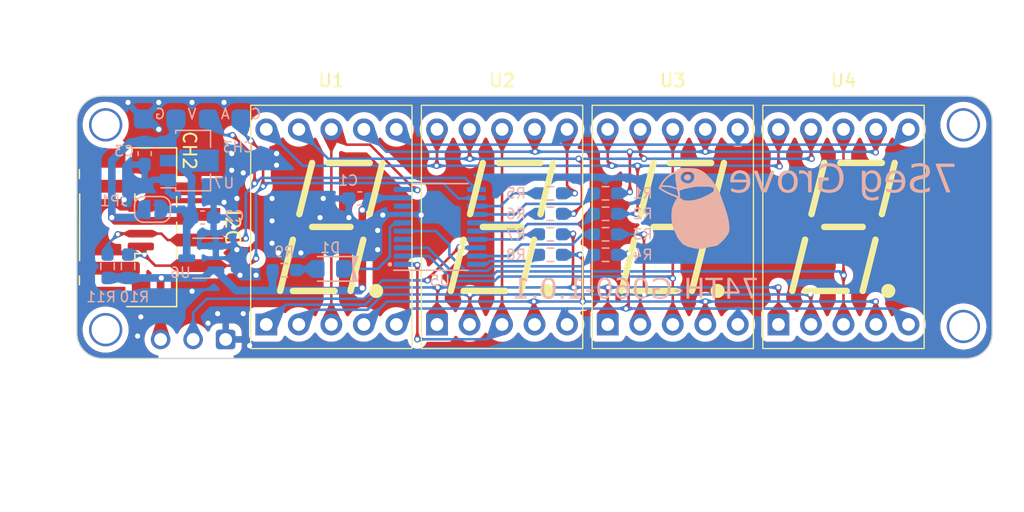
<source format=kicad_pcb>
(kicad_pcb (version 20240108) (generator "pcbnew") (generator_version "8.0")
  (title_block (title "7Seg-Grove") (rev "1.0.1"))
  (layers (0 "F.Cu" signal) (31 "B.Cu" signal) (34 "B.Paste" user) (35 "F.Paste" user) (36 "B.SilkS" user "B.Silkscreen") (37 "F.SilkS" user "F.Silkscreen") (38 "B.Mask" user) (39 "F.Mask" user) (44 "Edge.Cuts" user))
  (net 0 "")
  (net 1 "+3V3")
  (net 2 "GND")
  (net 3 "VBUS")
  (net 4 "Net-(JP1-B)")
  (net 5 "/SDA")
  (net 6 "/SCL")
  (net 7 "/SWDIO")
  (net 8 "/SA")
  (net 9 "Net-(U5-PC4{slash}ADC2)")
  (net 10 "/SB")
  (net 11 "/SC")
  (net 12 "/SD")
  (net 13 "/SG")
  (net 14 "Net-(U5-PC6{slash}SPI_MOSI)")
  (net 15 "/SF")
  (net 16 "Net-(U5-PD2{slash}ADC3)")
  (net 17 "Net-(U5-PA1{slash}ADC1{slash}OSC_IN)")
  (net 18 "/SE")
  (net 19 "/SEL4")
  (net 20 "/SEL3")
  (net 21 "Net-(U5-PC3)")
  (net 22 "/SEL2")
  (net 23 "Net-(U5-PC5{slash}SPI_SCK)")
  (net 24 "/SEL1")
  (net 25 "/SDP")
  (net 26 "Net-(U5-PC7{slash}SPI_MISO)")
  (net 27 "Net-(U5-PD3{slash}UART_CTS{slash}ADC4)")
  (net 30 "Net-(D1-A)")
  (net 31 "Net-(D1-K)")
  (footprint "74th:Display7Seg_OSL10561-LW" (layer "F.Cu") (at 69.215 47.725)
    (property "Reference" "U2")
    (property "Value" "OSL10561-LW")
  )
  (footprint "74th:Hole_M2_2.2-TH" (layer "F.Cu") (at 38.25 55.75)
    (property "Reference" "M2" (hide yes))
    (property "Value" "Hole_M2_2.2-TH" (hide yes))
  )
  (footprint "74th:Hole_M2_2.2-TH" (layer "F.Cu") (at 38.25 39.75)
    (property "Reference" "M1" (hide yes))
    (property "Value" "Hole_M2_2.2-TH" (hide yes))
  )
  (footprint "74th:PinOut_Pin_3_3GND" (layer "F.Cu") (at 42.545 56.515)
    (property "Reference" "CH1" (hide yes))
    (property "Value" "SWD" (hide yes))
  )
  (footprint "74th:Display7Seg_OSL10561-LW" (layer "F.Cu") (at 82.55 47.725)
    (property "Reference" "U3")
    (property "Value" "OSL10561-LW")
  )
  (footprint "74th:Hole_M2_2.2-TH" (layer "F.Cu") (at 105.25 39.75)
    (property "Reference" "M3" (hide yes))
    (property "Value" "Hole_M2_2.2-TH" (hide yes))
  )
  (footprint "74th:Hole_M2_2.2-TH" (layer "F.Cu") (at 105.25 55.5)
    (property "Reference" "M4" (hide yes))
    (property "Value" "Hole_M2_2.2-TH" (hide yes))
  )
  (footprint "74th:Display7Seg_OSL10561-LW" (layer "F.Cu") (at 95.885 47.725)
    (property "Reference" "U4")
    (property "Value" "OSL10561-LW")
  )
  (footprint "74th:Connector_Grove_or_Qwiic" (layer "F.Cu") (at 45.5 47.75 -90)
    (property "Reference" "CH2")
    (property "Value" "I2C")
  )
  (footprint "74th:Display7Seg_OSL10561-LW" (layer "F.Cu") (at 55.88 47.725)
    (property "Reference" "U1")
    (property "Value" "OSL10561-LW")
  )
  (footprint "74th:Register_0603_1608" (layer "B.Cu") (at 38.4 50.8 -90)
    (property "Reference" "R11")
    (property "Value" "1k" (hide yes))
  )
  (footprint "74th:Register_0603_1608" (layer "B.Cu") (at 40.005 50.8 -90)
    (property "Reference" "R10")
    (property "Value" "1k" (hide yes))
  )
  (footprint "74th:Register_0603_1608" (layer "B.Cu") (at 77.3 45.1)
    (property "Reference" "R1")
    (property "Value" "100" (hide yes))
  )
  (footprint "74th:Capacitor_0603_1608" (layer "B.Cu") (at 41.3 41.9 -90)
    (property "Reference" "C3")
    (property "Value" "10u" (hide yes))
  )
  (footprint "74th:Logo_74th_7.5mm" (layer "B.Cu") (at 84.4 46.6 180)
    (property "Reference" "MISC-ICON" (hide yes))
    (property "Value" "LOGO" (hide yes))
  )
  (footprint "74th:Capacitor_0603_1608" (layer "B.Cu") (at 45.72 46.99)
    (property "Reference" "C2")
    (property "Value" "10u" (hide yes))
  )
  (footprint "74th:Package_TSSOP-20_4.4x6.5mm_P0.65mm" (layer "B.Cu") (at 64.355 47.725)
    (property "Reference" "U5")
    (property "Value" "CH32V003F4P6")
  )
  (footprint "74th:SolderJumper-2" (layer "B.Cu") (at 41.91 46.355)
    (property "Reference" "JP1")
    (property "Value" "INPUT 3V3")
  )
  (footprint "74th:Register_0603_1608" (layer "B.Cu") (at 73 45.1)
    (property "Reference" "R5")
    (property "Value" "100" (hide yes))
  )
  (footprint "74th:Pad_4" (layer "B.Cu") (at 48.82 39.3 180)
    (property "Reference" "CH3")
    (property "Value" "I2C" (hide yes))
  )
  (footprint "74th:Register_0603_1608" (layer "B.Cu") (at 73 46.7 180)
    (property "Reference" "R6")
    (property "Value" "100" (hide yes))
  )
  (footprint "74th:Package_SOT-89-3" (layer "B.Cu") (at 45.085 42.545)
    (property "Reference" "U7")
    (property "Value" "AMS1117")
  )
  (footprint "74th:Capacitor_0603_1608" (layer "B.Cu") (at 58.2 45.5 180)
    (property "Reference" "C1")
    (property "Value" "100n" (hide yes))
  )
  (footprint "74th:Register_0603_1608" (layer "B.Cu") (at 73 49.9 180)
    (property "Reference" "R8")
    (property "Value" "100" (hide yes))
  )
  (footprint "74th:Register_0603_1608" (layer "B.Cu") (at 52.2 51.1 180)
    (property "Reference" "R9")
    (property "Value" "10k" (hide yes))
  )
  (footprint "74th:Register_0603_1608" (layer "B.Cu") (at 73 48.3 180)
    (property "Reference" "R7")
    (property "Value" "100" (hide yes))
  )
  (footprint "74th:Register_0603_1608" (layer "B.Cu") (at 77.3 46.7 180)
    (property "Reference" "R2")
    (property "Value" "100" (hide yes))
  )
  (footprint "74th:Register_0603_1608" (layer "B.Cu") (at 77.3 48.3)
    (property "Reference" "R3")
    (property "Value" "100" (hide yes))
  )
  (footprint "74th:Register_0603_1608" (layer "B.Cu") (at 77.3 49.9)
    (property "Reference" "R4")
    (property "Value" "100" (hide yes))
  )
  (footprint "74th:LED_0805_2012" (layer "B.Cu") (at 55.8 51 180)
    (property "Reference" "D1")
    (property "Value" "LED" (hide yes))
  )
  (footprint "74th:Package_SOT-23" (layer "B.Cu") (at 45.72 50.165 180)
    (property "Reference" "U6")
    (property "Value" "CH213K")
  )
  (gr_arc (start 107.5 56) (mid 106.914214 57.414214) (end 105.5 58) (stroke (width 0.1)) (layer "Edge.Cuts"))
  (gr_line (start 38 58) (end 105.5 58) (stroke (width 0.1)) (layer "Edge.Cuts"))
  (gr_line (start 36 39.5) (end 36 56) (stroke (width 0.1)) (layer "Edge.Cuts"))
  (gr_arc (start 36 39.5) (mid 36.585786 38.085786) (end 38 37.5) (stroke (width 0.1)) (layer "Edge.Cuts"))
  (gr_line (start 38 37.5) (end 105.5 37.5) (stroke (width 0.1)) (layer "Edge.Cuts"))
  (gr_line (start 107.5 39.5) (end 107.5 56) (stroke (width 0.1)) (layer "Edge.Cuts"))
  (gr_arc (start 38 58) (mid 36.585786 57.414214) (end 36 56) (stroke (width 0.1)) (layer "Edge.Cuts"))
  (gr_arc (start 105.5 37.5) (mid 106.914214 38.085786) (end 107.5 39.5) (stroke (width 0.1)) (layer "Edge.Cuts"))
  (gr_text "7Seg Grove" (at 104.8 45.4 0) (layer "B.SilkS") (effects (font (size 2.2 2.2) (thickness 0.12)) (justify left bottom mirror)))
  (gr_text "A" (at 47.6 38.9 0) (layer "B.SilkS") (effects (font (size 0.8 0.8) (thickness 0.12)) (justify mirror)))
  (gr_text "C" (at 50 38.9 0) (layer "B.SilkS") (effects (font (size 0.8 0.8) (thickness 0.12)) (justify mirror)))
  (gr_text "G" (at 42.5 38.9 0) (layer "B.SilkS") (effects (font (size 0.8 0.8) (thickness 0.12)) (justify mirror)))
  (gr_text "74TH-G060-${REVISION}" (at 89.3 53.6 0) (layer "B.SilkS") (effects (font (size 1.6 1.6) (thickness 0.12)) (justify left bottom mirror)))
  (gr_text "V" (at 45 38.9 0) (layer "B.SilkS") (effects (font (size 0.8 0.8) (thickness 0.12)) (justify mirror)))
  (segment (start 42.545 56.515) (end 42.545 51.7675) (width 0.6) (layer "F.Cu") (net 1))
  (segment (start 58.3 52.5) (end 58.3 46.4) (width 0.6) (layer "F.Cu") (net 1))
  (segment (start 42.545 51.7675) (end 42.6 51.7125) (width 0.6) (layer "F.Cu") (net 1))
  (via (at 58.3 46.4) (size 0.6) (drill 0.4) (layers "F.Cu" "B.Cu") (net 1))
  (via (at 42.6 51.7125) (size 0.6) (drill 0.4) (layers "F.Cu" "B.Cu") (net 1))
  (via (at 58.3 52.5) (size 0.6) (drill 0.4) (layers "F.Cu" "B.Cu") (net 1))
  (segment (start 58.1 52.7) (end 51.2 52.7) (width 0.6) (layer "B.Cu") (net 1))
  (segment (start 51.2875 51.1) (end 51.2875 52.6125) (width 0.6) (layer "B.Cu") (net 1))
  (segment (start 58.3 52.5) (end 58.1 52.7) (width 0.6) (layer "B.Cu") (net 1))
  (segment (start 58.9625 45.7375) (end 58.9625 45.5) (width 0.6) (layer "B.Cu") (net 1))
  (segment (start 40.005 51.7125) (end 38.4 51.7125) (width 0.6) (layer "B.Cu") (net 1))
  (segment (start 51.2 52.7) (end 48.4425 52.7) (width 0.6) (layer "B.Cu") (net 1))
  (segment (start 58.3 46.4) (end 58.9625 45.7375) (width 0.6) (layer "B.Cu") (net 1))
  (segment (start 45.9175 51.7125) (end 42.6 51.7125) (width 0.6) (layer "B.Cu") (net 1))
  (segment (start 48.4425 52.7) (end 46.8575 51.115) (width 0.6) (layer "B.Cu") (net 1))
  (segment (start 46.515 51.115) (end 45.9175 51.7125) (width 0.6) (layer "B.Cu") (net 1))
  (segment (start 46.8575 51.115) (end 46.515 51.115) (width 0.6) (layer "B.Cu") (net 1))
  (segment (start 61.4925 45.45) (end 59.0125 45.45) (width 0.4) (layer "B.Cu") (net 1))
  (segment (start 42.6 51.7125) (end 40.005 51.7125) (width 0.6) (layer "B.Cu") (net 1))
  (segment (start 51.2875 52.6125) (end 51.2 52.7) (width 0.6) (layer "B.Cu") (net 1))
  (segment (start 59.0125 45.45) (end 58.9625 45.5) (width 0.4) (layer "B.Cu") (net 1))
  (segment (start 39.7 45.6) (end 40.35 45.6) (width 0.6) (layer "F.Cu") (net 2))
  (segment (start 47.5 45.8) (end 46.55 45.8) (width 0.4) (layer "F.Cu") (net 2))
  (segment (start 41 46.25) (end 41.5 46.25) (width 0.6) (layer "F.Cu") (net 2))
  (segment (start 40.35 45.6) (end 41 46.25) (width 0.6) (layer "F.Cu") (net 2))
  (segment (start 41.575 45.675) (end 42.425 45.675) (width 0.6) (layer "F.Cu") (net 2))
  (segment (start 46.55 45.8) (end 46.425 45.675) (width 0.4) (layer "F.Cu") (net 2))
  (segment (start 41 46.25) (end 41.575 45.675) (width 0.6) (layer "F.Cu") (net 2))
  (segment (start 49.5 49.5) (end 49.75 49.25) (width 0.4) (layer "F.Cu") (net 2))
  (segment (start 50 49) (end 51.25 49) (width 0.4) (layer "F.Cu") (net 2))
  (segment (start 47.8 45.5) (end 48.5 45.5) (width 0.4) (layer "F.Cu") (net 2))
  (segment (start 48.5 49.5) (end 49.5 49.5) (width 0.4) (layer "F.Cu") (net 2))
  (segment (start 47.5 45.8) (end 47.8 45.5) (width 0.4) (layer "F.Cu") (net 2))
  (segment (start 46.55 45.8) (end 45.5 44.75) (width 0.4) (layer "F.Cu") (net 2))
  (segment (start 49.75 49.25) (end 50 49) (width 0.4) (layer "F.Cu") (net 2))
  (segment (start 46.425 45.675) (end 42.425 45.675) (width 0.4) (layer "F.Cu") (net 2))
  (via (at 59.5 48) (size 0.6) (drill 0.4) (layers "F.Cu" "B.Cu") (net 2))
  (via (at 55 47) (size 0.6) (drill 0.4) (layers "F.Cu" "B.Cu") (net 2))
  (via (at 41 54.75) (size 0.6) (drill 0.4) (layers "F.Cu" "B.Cu") (net 2))
  (via (at 47 54.5) (size 0.6) (drill 0.4) (layers "F.Cu" "B.Cu") (net 2))
  (via (at 51.25 47.25) (size 0.6) (drill 0.4) (layers "F.Cu" "B.Cu") (net 2))
  (via (at 49 54.5) (size 0.6) (drill 0.4) (layers "F.Cu" "B.Cu") (net 2))
  (via (at 53.5 49.75) (size 0.6) (drill 0.4) (layers "F.Cu" "B.Cu") (net 2))
  (via (at 47.5 38) (size 0.6) (drill 0.4) (layers "F.Cu" "B.Cu") (net 2))
  (via (at 48.1 42) (size 0.6) (drill 0.4) (layers "F.Cu" "B.Cu") (net 2))
  (via (at 39.7 45.6) (size 0.6) (drill 0.4) (layers "F.Cu" "B.Cu") (net 2))
  (via (at 40.75 56.25) (size 0.6) (drill 0.4) (layers "F.Cu" "B.Cu") (net 2))
  (via (at 62.9 46.8) (size 0.6) (drill 0.4) (layers "F.Cu" "B.Cu") (net 2))
  (via (at 48.25 47.75) (size 0.6) (drill 0.4) (layers "F.Cu" "B.Cu") (net 2))
  (via (at 55.25 45.5) (size 0.6) (drill 0.4) (layers "F.Cu" "B.Cu") (net 2))
  (via (at 59.5 49.5) (size 0.6) (drill 0.4) (layers "F.Cu" "B.Cu") (net 2))
  (via (at 47.5 45.8) (size 0.6) (drill 0.4) (layers "F.Cu" "B.Cu") (net 2))
  (via (at 59.9 46.8) (size 0.6) (drill 0.4) (layers "F.Cu" "B.Cu") (net 2))
  (via (at 51.25 49) (size 0.6) (drill 0.4) (layers "F.Cu" "B.Cu") (net 2))
  (via (at 51.75 49.75) (size 0.6) (drill 0.4) (layers "F.Cu" "B.Cu") (net 2))
  (via (at 45 38) (size 0.6) (drill 0.4) (layers "F.Cu" "B.Cu") (net 2))
  (via (at 50 51.5) (size 0.6) (drill 0.4) (layers "F.Cu" "B.Cu") (net 2))
  (via (at 51.25 45.5) (size 0.6) (drill 0.4) (layers "F.Cu" "B.Cu") (net 2))
  (via (at 51.6 42) (size 0.6) (drill 0.4) (layers "F.Cu" "B.Cu") (net 2))
  (via (at 48.1 43.3) (size 0.6) (drill 0.4) (layers "F.Cu" "B.Cu") (net 2))
  (via (at 49.5 57) (size 0.6) (drill 0.4) (layers "F.Cu" "B.Cu") (net 2))
  (via (at 48.5 45.5) (size 0.6) (drill 0.4) (layers "F.Cu" "B.Cu") (net 2))
  (via (at 46.25 55.25) (size 0.6) (drill 0.4) (layers "F.Cu" "B.Cu") (net 2))
  (via (at 42.4 38) (size 0.6) (drill 0.4) (layers "F.Cu" "B.Cu") (net 2))
  (via (at 42.4 40.1) (size 0.6) (drill 0.4) (layers "F.Cu" "B.Cu") (net 2))
  (via (at 45 52.75) (size 0.6) (drill 0.4) (layers "F.Cu" "B.Cu") (net 2))
  (via (at 57.25 47) (size 0.6) (drill 0.4) (layers "F.Cu" "B.Cu") (net 2))
  (via (at 48.5 49.5) (size 0.6) (drill 0.4) (layers "F.Cu" "B.Cu") (net 2))
  (via (at 51.6 42.9) (size 0.6) (drill 0.4) (layers "F.Cu" "B.Cu") (net 2))
  (via (at 48.75 51.5) (size 0.6) (drill 0.4) (layers "F.Cu" "B.Cu") (net 2))
  (via (at 40 38) (size 0.6) (drill 0.4) (layers "F.Cu" "B.Cu") (net 2))
  (via (at 49 43.5) (size 0.6) (drill 0.4) (layers "F.Cu" "B.Cu") (net 2))
  (segment (start 59.95 46.75) (end 59.9 46.8) (width 0.4) (layer "B.Cu") (net 2))
  (segment (start 41.6 39.3) (end 42.4 40.1) (width 0.6) (layer "B.Cu") (net 2))
  (segment (start 41.2 39.3) (end 41.6 39.3) (width 0.6) (layer "B.Cu") (net 2))
  (segment (start 62.85 46.75) (end 62.9 46.8) (width 0.4) (layer "B.Cu") (net 2))
  (segment (start 61.4925 46.75) (end 62.85 46.75) (width 0.4) (layer "B.Cu") (net 2))
  (segment (start 61.4925 46.75) (end 59.95 46.75) (width 0.4) (layer "B.Cu") (net 2))
  (segment (start 41 47.25) (end 38.995 47.25) (width 0.6) (layer "F.Cu") (net 3))
  (segment (start 38.995 47.25) (end 38.735 46.99) (width 0.6) (layer "F.Cu") (net 3))
  (segment (start 45.5 46.75) (end 45 47.25) (width 0.6) (layer "F.Cu") (net 3))
  (segment (start 45 47.25) (end 41 47.25) (width 0.6) (layer "F.Cu") (net 3))
  (via (at 38.735 46.99) (size 0.6) (drill 0.4) (layers "F.Cu" "B.Cu") (net 3))
  (segment (start 40.625 46.99) (end 41.26 46.355) (width 0.6) (layer "B.Cu") (net 3))
  (segment (start 38.735 42.545) (end 40.185 41.095) (width 0.6) (layer "B.Cu") (net 3))
  (segment (start 38.735 46.99) (end 40.625 46.99) (width 0.6) (layer "B.Cu") (net 3))
  (segment (start 43.74 40.44) (end 43.74 39.3) (width 0.6) (layer "B.Cu") (net 3))
  (segment (start 41.275 41.095) (end 43.085 41.095) (width 0.6) (layer "B.Cu") (net 3))
  (segment (start 43.74 40.44) (end 43.135 41.045) (width 0.6) (layer "B.Cu") (net 3))
  (segment (start 40.185 41.095) (end 41.275 41.095) (width 0.6) (layer "B.Cu") (net 3))
  (segment (start 43.085 41.095) (end 43.135 41.045) (width 0.6) (layer "B.Cu") (net 3))
  (segment (start 38.735 46.99) (end 38.735 42.545) (width 0.6) (layer "B.Cu") (net 3))
  (segment (start 42.56 46.355) (end 44.3225 46.355) (width 0.6) (layer "B.Cu") (net 4))
  (segment (start 44.9575 46.99) (end 44.9575 43.8675) (width 0.6) (layer "B.Cu") (net 4))
  (segment (start 44.5825 50.165) (end 44.5825 47.365) (width 0.6) (layer "B.Cu") (net 4))
  (segment (start 44.5825 47.365) (end 44.9575 46.99) (width 0.6) (layer "B.Cu") (net 4))
  (segment (start 44.3225 46.355) (end 44.9575 46.99) (width 0.6) (layer "B.Cu") (net 4))
  (segment (start 44.9575 43.8675) (end 43.635 42.545) (width 0.6) (layer "B.Cu") (net 4))
  (segment (start 43.635 42.545) (end 43.2225 42.545) (width 0.6) (layer "B.Cu") (net 4))
  (segment (start 49.075 48.75) (end 49.2 48.625) (width 0.2) (layer "F.Cu") (net 5))
  (segment (start 39.25 48.25) (end 39.2 48.3) (width 0.2) (layer "F.Cu") (net 5))
  (segment (start 45.5 48.75) (end 49.075 48.75) (width 0.2) (layer "F.Cu") (net 5))
  (segment (start 45.5 48.75) (end 43.1 48.75) (width 0.2) (layer "F.Cu") (net 5))
  (segment (start 42.6 48.25) (end 41 48.25) (width 0.2) (layer "F.Cu") (net 5))
  (segment (start 49.88592 42.273418) (end 48.1699 40.557398) (width 0.2) (layer "F.Cu") (net 5))
  (segment (start 41 48.25) (end 39.25 48.25) (width 0.2) (layer "F.Cu") (net 5))
  (segment (start 49.88592 44.32864) (end 49.88592 42.273418) (width 0.2) (layer "F.Cu") (net 5))
  (segment (start 43.1 48.75) (end 42.6 48.25) (width 0.2) (layer "F.Cu") (net 5))
  (via (at 39.2 48.3) (size 0.5) (drill 0.3) (layers "F.Cu" "B.Cu") (net 5))
  (via (at 49.2 48.625) (size 0.5) (drill 0.3) (layers "F.Cu" "B.Cu") (net 5))
  (via (at 48.1699 40.557398) (size 0.5) (drill 0.3) (layers "F.Cu" "B.Cu") (net 5))
  (via (at 49.88592 44.32864) (size 0.5) (drill 0.3) (layers "F.Cu" "B.Cu") (net 5))
  (segment (start 49.95 44.35) (end 50.4 43.9) (width 0.2) (layer "B.Cu") (net 5))
  (segment (start 46.28 39.3) (end 47.537398 40.557398) (width 0.2) (layer "B.Cu") (net 5))
  (segment (start 49.2 45.1) (end 49.95 44.35) (width 0.2) (layer "B.Cu") (net 5))
  (segment (start 47.537398 40.557398) (end 48.1699 40.557398) (width 0.2) (layer "B.Cu") (net 5))
  (segment (start 49.95 44.35) (end 49.90728 44.35) (width 0.2) (layer "B.Cu") (net 5))
  (segment (start 49.90728 44.35) (end 49.88592 44.32864) (width 0.2) (layer "B.Cu") (net 5))
  (segment (start 66.3175 43.9) (end 67.2175 44.8) (width 0.2) (layer "B.Cu") (net 5))
  (segment (start 39.2 48.3) (end 38.4 49.1) (width 0.2) (layer "B.Cu") (net 5))
  (segment (start 38.4 49.1) (end 38.4 49.8875) (width 0.2) (layer "B.Cu") (net 5))
  (segment (start 49.2 48.625) (end 49.2 45.1) (width 0.2) (layer "B.Cu") (net 5))
  (segment (start 50.4 43.9) (end 66.3175 43.9) (width 0.2) (layer "B.Cu") (net 5))
  (segment (start 42.125 50.75) (end 41.2875 49.9125) (width 0.2) (layer "F.Cu") (net 6))
  (segment (start 49.45 50.75) (end 50 50.2) (width 0.2) (layer "F.Cu") (net 6))
  (segment (start 45.5 50.75) (end 49.45 50.75) (width 0.2) (layer "F.Cu") (net 6))
  (segment (start 41.2875 49.5375) (end 41 49.25) (width 0.2) (layer "F.Cu") (net 6))
  (segment (start 42.125 50.75) (end 41.7875 50.4125) (width 0.2) (layer "F.Cu") (net 6))
  (segment (start 50.55 41.95) (end 50.55 44.55) (width 0.2) (layer "F.Cu") (net 6))
  (segment (start 41.2875 49.9125) (end 41.2875 49.5375) (width 0.2) (layer "F.Cu") (net 6))
  (segment (start 45.5 50.75) (end 42.4 50.75) (width 0.2) (layer "F.Cu") (net 6))
  (segment (start 49.6 41) (end 50.55 41.95) (width 0.2) (layer "F.Cu") (net 6))
  (segment (start 41.7875 50.4125) (end 42 50.625) (width 0.2) (layer "F.Cu") (net 6))
  (segment (start 42.4 50.75) (end 42.125 50.75) (width 0.2) (layer "F.Cu") (net 6))
  (via (at 50.55 44.55) (size 0.5) (drill 0.3) (layers "F.Cu" "B.Cu") (net 6))
  (via (at 49.6 41) (size 0.5) (drill 0.3) (layers "F.Cu" "B.Cu") (net 6))
  (via (at 41.2875 49.9125) (size 0.5) (drill 0.3) (layers "F.Cu" "B.Cu") (net 6))
  (via (at 50 50.2) (size 0.5) (drill 0.3) (layers "F.Cu" "B.Cu") (net 6))
  (segment (start 65.9 45.500003) (end 65.800003 45.500003) (width 0.2) (layer "B.Cu") (net 6))
  (segment (start 67.167497 45.500003) (end 67.2175 45.45) (width 0.2) (layer "B.Cu") (net 6))
  (segment (start 65.800003 45.500003) (end 64.6 44.3) (width 0.2) (layer "B.Cu") (net 6))
  (segment (start 65.9 45.500003) (end 67.167497 45.500003) (width 0.2) (layer "B.Cu") (net 6))
  (segment (start 48.82 39.3) (end 48.82 40.22) (width 0.2) (layer "B.Cu") (net 6))
  (segment (start 50.55 44.55) (end 50 45.1) (width 0.2) (layer "B.Cu") (net 6))
  (segment (start 40.03 49.9125) (end 40.005 49.8875) (width 0.2) (layer "B.Cu") (net 6))
  (segment (start 65.8 45.500003) (end 65.9 45.500003) (width 0.2) (layer "B.Cu") (net 6))
  (segment (start 64.6 44.3) (end 50.8 44.3) (width 0.2) (layer "B.Cu") (net 6))
  (segment (start 48.82 40.22) (end 49.6 41) (width 0.2) (layer "B.Cu") (net 6))
  (segment (start 41.2875 49.9125) (end 40.03 49.9125) (width 0.2) (layer "B.Cu") (net 6))
  (segment (start 50 45.1) (end 50 50.2) (width 0.2) (layer "B.Cu") (net 6))
  (segment (start 50.8 44.3) (end 50.55 44.55) (width 0.2) (layer "B.Cu") (net 6))
  (segment (start 65.9 49.3) (end 63.4 51.8) (width 0.2) (layer "F.Cu") (net 7))
  (segment (start 63.4 51.8) (end 63.4 51.9) (width 0.2) (layer "F.Cu") (net 7))
  (via (at 65.9 49.3) (size 0.5) (drill 0.3) (layers "F.Cu" "B.Cu") (net 7))
  (via (at 63.4 51.9) (size 0.5) (drill 0.3) (layers "F.Cu" "B.Cu") (net 7))
  (segment (start 65.95 49.35) (end 65.9 49.3) (width 0.2) (layer "B.Cu") (net 7))
  (segment (start 58.434314 53.334314) (end 46.165686 53.334314) (width 0.2) (layer "B.Cu") (net 7))
  (segment (start 45.085 54.415) (end 45.085 56.515) (width 0.2) (layer "B.Cu") (net 7))
  (segment (start 67.2175 49.35) (end 65.95 49.35) (width 0.2) (layer "B.Cu") (net 7))
  (segment (start 63.4 51.9) (end 59.868628 51.9) (width 0.2) (layer "B.Cu") (net 7))
  (segment (start 46.165686 53.334314) (end 45.085 54.415) (width 0.2) (layer "B.Cu") (net 7))
  (segment (start 59.868628 51.9) (end 58.434314 53.334314) (width 0.2) (layer "B.Cu") (net 7))
  (segment (start 85.09 41.84) (end 85.1 41.85) (width 0.2) (layer "F.Cu") (net 8))
  (segment (start 98.4 40.13) (end 98.425 40.105) (width 0.2) (layer "F.Cu") (net 8))
  (segment (start 98.4 41.9) (end 98.4 40.13) (width 0.2) (layer "F.Cu") (net 8))
  (segment (start 85.09 40.105) (end 85.09 41.84) (width 0.2) (layer "F.Cu") (net 8))
  (segment (start 71.755 40.105) (end 71.755 41.805) (width 0.2) (layer "F.Cu") (net 8))
  (segment (start 79.2 45) (end 79.2 41.85) (width 0.2) (layer "F.Cu") (net 8))
  (segment (start 71.755 41.805) (end 71.8 41.85) (width 0.2) (layer "F.Cu") (net 8))
  (via (at 85.1 41.85) (size 0.5) (drill 0.3) (layers "F.Cu" "B.Cu") (net 8))
  (via (at 71.8 41.85) (size 0.5) (drill 0.3) (layers "F.Cu" "B.Cu") (net 8))
  (via (at 79.2 45) (size 0.5) (drill 0.3) (layers "F.Cu" "B.Cu") (net 8))
  (via (at 79.2 41.85) (size 0.5) (drill 0.3) (layers "F.Cu" "B.Cu") (net 8))
  (via (at 98.4 41.9) (size 0.5) (drill 0.3) (layers "F.Cu" "B.Cu") (net 8))
  (segment (start 85.1 41.85) (end 98.35 41.85) (width 0.2) (layer "B.Cu") (net 8))
  (segment (start 60.165 41.85) (end 58.42 40.105) (width 0.2) (layer "B.Cu") (net 8))
  (segment (start 71.8 41.85) (end 85.1 41.85) (width 0.2) (layer "B.Cu") (net 8))
  (segment (start 79.1 45.1) (end 79.2 45) (width 0.2) (layer "B.Cu") (net 8))
  (segment (start 78.2125 45.1) (end 79.1 45.1) (width 0.2) (layer "B.Cu") (net 8))
  (segment (start 98.35 41.85) (end 98.4 41.9) (width 0.2) (layer "B.Cu") (net 8))
  (segment (start 71.8 41.85) (end 60.165 41.85) (width 0.2) (layer "B.Cu") (net 8))
  (segment (start 67.2175 46.75) (end 70.25 46.75) (width 0.2) (layer "B.Cu") (net 9))
  (segment (start 70.25 46.75) (end 71.075 45.925) (width 0.2) (layer "B.Cu") (net 9))
  (segment (start 71.075 45.925) (end 75.5625 45.925) (width 0.2) (layer "B.Cu") (net 9))
  (segment (start 75.5625 45.925) (end 76.3875 45.1) (width 0.2) (layer "B.Cu") (net 9))
  (segment (start 74.295 44.495) (end 74.295 40.105) (width 0.2) (layer "F.Cu") (net 10))
  (segment (start 74.9 45.1) (end 74.295 44.495) (width 0.2) (layer "F.Cu") (net 10))
  (via (at 74.9 45.1) (size 0.5) (drill 0.3) (layers "F.Cu" "B.Cu") (net 10))
  (segment (start 87.63 41.23) (end 87.7 41.3) (width 0.2) (layer "B.Cu") (net 10))
  (segment (start 87.63 40.105) (end 87.63 41.23) (width 0.2) (layer "B.Cu") (net 10))
  (segment (start 62.155 41.3) (end 72.4 41.3) (width 0.2) (layer "B.Cu") (net 10))
  (segment (start 60.96 40.105) (end 62.155 41.3) (width 0.2) (layer "B.Cu") (net 10))
  (segment (start 73.9125 45.1) (end 74.9 45.1) (width 0.2) (layer "B.Cu") (net 10))
  (segment (start 87.7 41.3) (end 99.77 41.3) (width 0.2) (layer "B.Cu") (net 10))
  (segment (start 72.4 41.3) (end 87.7 41.3) (width 0.2) (layer "B.Cu") (net 10))
  (segment (start 73.1 41.3) (end 74.295 40.105) (width 0.2) (layer "B.Cu") (net 10))
  (segment (start 99.77 41.3) (end 100.965 40.105) (width 0.2) (layer "B.Cu") (net 10))
  (segment (start 72.4 41.3) (end 73.1 41.3) (width 0.2) (layer "B.Cu") (net 10))
  (segment (start 75.311091 49.9) (end 75.311091 50.088909) (width 0.2) (layer "F.Cu") (net 11))
  (segment (start 75.311091 49.9) (end 75.510663 50.099572) (width 0.2) (layer "F.Cu") (net 11))
  (segment (start 85.09 55.345) (end 85.09 53.56) (width 0.2) (layer "F.Cu") (net 11))
  (segment (start 71.7 53.55) (end 71.7 55.29) (width 0.2) (layer "F.Cu") (net 11))
  (segment (start 98.4 53.55) (end 98.4 55.32) (width 0.2) (layer "F.Cu") (net 11))
  (segment (start 71.7 55.29) (end 71.755 55.345) (width 0.2) (layer "F.Cu") (net 11))
  (segment (start 85.09 53.56) (end 85.1 53.55) (width 0.2) (layer "F.Cu") (net 11))
  (segment (start 75.510663 50.099572) (end 75.510663 53.55) (width 0.2) (layer "F.Cu") (net 11))
  (segment (start 98.4 55.32) (end 98.425 55.345) (width 0.2) (layer "F.Cu") (net 11))
  (via (at 75.510663 53.55) (size 0.5) (drill 0.3) (layers "F.Cu" "B.Cu") (net 11))
  (via (at 85.1 53.55) (size 0.5) (drill 0.3) (layers "F.Cu" "B.Cu") (net 11))
  (via (at 71.7 53.55) (size 0.5) (drill 0.3) (layers "F.Cu" "B.Cu") (net 11))
  (via (at 98.4 53.55) (size 0.5) (drill 0.3) (layers "F.Cu" "B.Cu") (net 11))
  (via (at 75.311091 49.9) (size 0.5) (drill 0.3) (layers "F.Cu" "B.Cu") (net 11))
  (segment (start 71.7 53.55) (end 85.1 53.55) (width 0.2) (layer "B.Cu") (net 11))
  (segment (start 60.215 53.55) (end 71.7 53.55) (width 0.2) (layer "B.Cu") (net 11))
  (segment (start 58.42 55.345) (end 60.215 53.55) (width 0.2) (layer "B.Cu") (net 11))
  (segment (start 73.9125 49.9) (end 75.311091 49.9) (width 0.2) (layer "B.Cu") (net 11))
  (segment (start 85.1 53.55) (end 98.4 53.55) (width 0.2) (layer "B.Cu") (net 11))
  (segment (start 80.01 53.29) (end 80.3 53) (width 0.2) (layer "F.Cu") (net 12))
  (segment (start 93.345 53.045) (end 93.3 53) (width 0.2) (layer "F.Cu") (net 12))
  (segment (start 80.01 55.345) (end 80.01 53.29) (width 0.2) (layer "F.Cu") (net 12))
  (segment (start 80.3 48.3) (end 80.3 53) (width 0.2) (layer "F.Cu") (net 12))
  (segment (start 93.345 55.345) (end 93.345 53.045) (width 0.2) (layer "F.Cu") (net 12))
  (segment (start 66.7 53) (end 66.7 55.5) (width 0.2) (layer "F.Cu") (net 12))
  (via (at 80.3 53) (size 0.5) (drill 0.3) (layers "F.Cu" "B.Cu") (net 12))
  (via (at 80.3 48.3) (size 0.5) (drill 0.3) (layers "F.Cu" "B.Cu") (net 12))
  (via (at 93.3 53) (size 0.5) (drill 0.3) (layers "F.Cu" "B.Cu") (net 12))
  (via (at 66.7 53) (size 0.5) (drill 0.3) (layers "F.Cu" "B.Cu") (net 12))
  (segment (start 66.7 53) (end 80.3 53) (width 0.2) (layer "B.Cu") (net 12))
  (segment (start 54.49 54.195) (end 53.34 55.345) (width 0.2) (layer "B.Cu") (net 12))
  (segment (start 66.7 53) (end 59.9 53) (width 0.2) (layer "B.Cu") (net 12))
  (segment (start 93.3 53) (end 80.3 53) (width 0.2) (layer "B.Cu") (net 12))
  (segment (start 58.705 54.195) (end 54.49 54.195) (width 0.2) (layer "B.Cu") (net 12))
  (segment (start 59.9 53) (end 58.705 54.195) (width 0.2) (layer "B.Cu") (net 12))
  (segment (start 78.2125 48.3) (end 80.3 48.3) (width 0.2) (layer "B.Cu") (net 12))
  (segment (start 77.47 40.105) (end 77.47 42.62) (width 0.2) (layer "F.Cu") (net 13))
  (segment (start 90.805 42.905) (end 90.805 40.105) (width 0.2) (layer "F.Cu") (net 13))
  (segment (start 77.47 42.62) (end 77.8 42.95) (width 0.2) (layer "F.Cu") (net 13))
  (segment (start 79.7 46.7) (end 79.8 46.6) (width 0.2) (layer "F.Cu") (net 13))
  (segment (start 64.1 42.95) (end 64.135 42.915) (width 0.2) (layer "F.Cu") (net 13))
  (segment (start 90.9 43) (end 90.805 42.905) (width 0.2) (layer "F.Cu") (net 13))
  (segment (start 64.135 42.915) (end 64.135 40.105) (width 0.2) (layer "F.Cu") (net 13))
  (segment (start 79.8 46.6) (end 79.8 42.95) (width 0.2) (layer "F.Cu") (net 13))
  (via (at 79.7 46.7) (size 0.5) (drill 0.3) (layers "F.Cu" "B.Cu") (net 13))
  (via (at 64.1 42.95) (size 0.5) (drill 0.3) (layers "F.Cu" "B.Cu") (net 13))
  (via (at 77.8 42.95) (size 0.5) (drill 0.3) (layers "F.Cu" "B.Cu") (net 13))
  (via (at 90.9 43) (size 0.5) (drill 0.3) (layers "F.Cu" "B.Cu") (net 13))
  (via (at 79.8 42.95) (size 0.5) (drill 0.3) (layers "F.Cu" "B.Cu") (net 13))
  (segment (start 50.8 40.105) (end 53.645 42.95) (width 0.2) (layer "B.Cu") (net 13))
  (segment (start 77.8 42.95) (end 79.8 42.95) (width 0.2) (layer "B.Cu") (net 13))
  (segment (start 90.85 42.95) (end 90.9 43) (width 0.2) (layer "B.Cu") (net 13))
  (segment (start 79.8 42.95) (end 90.85 42.95) (width 0.2) (layer "B.Cu") (net 13))
  (segment (start 64.1 42.95) (end 77.8 42.95) (width 0.2) (layer "B.Cu") (net 13))
  (segment (start 53.645 42.95) (end 64.1 42.95) (width 0.2) (layer "B.Cu") (net 13))
  (segment (start 78.2125 46.7) (end 79.7 46.7) (width 0.2) (layer "B.Cu") (net 13))
  (segment (start 71.2 47.5) (end 75.5875 47.5) (width 0.2) (layer "B.Cu") (net 14))
  (segment (start 70.65 48.05) (end 71.2 47.5) (width 0.2) (layer "B.Cu") (net 14))
  (segment (start 67.2175 48.05) (end 70.65 48.05) (width 0.2) (layer "B.Cu") (net 14))
  (segment (start 75.5875 47.5) (end 76.3875 46.7) (width 0.2) (layer "B.Cu") (net 14))
  (segment (start 93.345 42.345) (end 93.345 40.105) (width 0.2) (layer "F.Cu") (net 15))
  (segment (start 74.8 46.7) (end 75.45 46.05) (width 0.2) (layer "F.Cu") (net 15))
  (segment (start 80.01 42.11) (end 80.3 42.4) (width 0.2) (layer "F.Cu") (net 15))
  (segment (start 66.7 42.4) (end 66.675 42.375) (width 0.2) (layer "F.Cu") (net 15))
  (segment (start 80.01 40.105) (end 80.01 42.11) (width 0.2) (layer "F.Cu") (net 15))
  (segment (start 66.675 42.375) (end 66.675 40.105) (width 0.2) (layer "F.Cu") (net 15))
  (segment (start 93.4 42.4) (end 93.345 42.345) (width 0.2) (layer "F.Cu") (net 15))
  (segment (start 75.45 42.65) (end 75.2 42.4) (width 0.2) (layer "F.Cu") (net 15))
  (segment (start 75.45 46.05) (end 75.45 42.65) (width 0.2) (layer "F.Cu") (net 15))
  (segment (start 74.8 46.7) (end 75.5 46) (width 0.2) (layer "F.Cu") (net 15))
  (via (at 66.7 42.4) (size 0.5) (drill 0.3) (layers "F.Cu" "B.Cu") (net 15))
  (via (at 80.3 42.4) (size 0.5) (drill 0.3) (layers "F.Cu" "B.Cu") (net 15))
  (via (at 74.8 46.7) (size 0.5) (drill 0.3) (layers "F.Cu" "B.Cu") (net 15))
  (via (at 75.2 42.4) (size 0.5) (drill 0.3) (layers "F.Cu" "B.Cu") (net 15))
  (via (at 93.4 42.4) (size 0.5) (drill 0.3) (layers "F.Cu" "B.Cu") (net 15))
  (segment (start 53.34 40.105) (end 55.635 42.4) (width 0.2) (layer "B.Cu") (net 15))
  (segment (start 66.7 42.4) (end 93.4 42.4) (width 0.2) (layer "B.Cu") (net 15))
  (segment (start 55.635 42.4) (end 66.7 42.4) (width 0.2) (layer "B.Cu") (net 15))
  (segment (start 73.9125 46.7) (end 74.8 46.7) (width 0.2) (layer "B.Cu") (net 15))
  (segment (start 69.8 50) (end 67.2175 50) (width 0.2) (layer "B.Cu") (net 16))
  (segment (start 74.7 49.1) (end 70.7 49.1) (width 0.2) (layer "B.Cu") (net 16))
  (segment (start 76.3875 48.3) (end 75.5 48.3) (width 0.2) (layer "B.Cu") (net 16))
  (segment (start 70.7 49.1) (end 69.8 50) (width 0.2) (layer "B.Cu") (net 16))
  (segment (start 75.5 48.3) (end 74.7 49.1) (width 0.2) (layer "B.Cu") (net 16))
  (segment (start 68.1 51.15) (end 68.45 50.8) (width 0.2) (layer "B.Cu") (net 17))
  (segment (start 66.35 51.15) (end 65.1 49.9) (width 0.2) (layer "B.Cu") (net 17))
  (segment (start 65.1 49.1) (end 64.05 48.05) (width 0.2) (layer "B.Cu") (net 17))
  (segment (start 66.25 51.05) (end 66.35 51.15) (width 0.2) (layer "B.Cu") (net 17))
  (segment (start 65.1 49.9) (end 65.1 49.1) (width 0.2) (layer "B.Cu") (net 17))
  (segment (start 66.35 51.15) (end 68.1 51.15) (width 0.2) (layer "B.Cu") (net 17))
  (segment (start 75.4875 50.8) (end 76.3875 49.9) (width 0.2) (layer "B.Cu") (net 17))
  (segment (start 68.45 50.8) (end 75.4875 50.8) (width 0.2) (layer "B.Cu") (net 17))
  (segment (start 64.05 48.05) (end 61.4925 48.05) (width 0.2) (layer "B.Cu") (net 17))
  (segment (start 66.25 51.05) (end 65.1 49.9) (width 0.2) (layer "B.Cu") (net 17))
  (segment (start 77.47 55.345) (end 77.47 52.48) (width 0.2) (layer "F.Cu") (net 18))
  (segment (start 64.2 52.9) (end 64.135 52.965) (width 0.2) (layer "F.Cu") (net 18))
  (segment (start 64.2 52.45) (end 64.2 52.9) (width 0.2) (layer "F.Cu") (net 18))
  (segment (start 90.805 52.455) (end 90.8 52.45) (width 0.2) (layer "F.Cu") (net 18))
  (segment (start 64.135 52.965) (end 64.135 55.345) (width 0.2) (layer "F.Cu") (net 18))
  (segment (start 74.761091 52.411091) (end 74.8 52.45) (width 0.2) (layer "F.Cu") (net 18))
  (segment (start 90.805 55.345) (end 90.805 52.455) (width 0.2) (layer "F.Cu") (net 18))
  (segment (start 77.47 52.48) (end 77.5 52.45) (width 0.2) (layer "F.Cu") (net 18))
  (segment (start 74.761091 48.261091) (end 74.761091 52.411091) (width 0.2) (layer "F.Cu") (net 18))
  (via (at 90.8 52.45) (size 0.5) (drill 0.3) (layers "F.Cu" "B.Cu") (net 18))
  (via (at 74.8 52.45) (size 0.5) (drill 0.3) (layers "F.Cu" "B.Cu") (net 18))
  (via (at 74.761091 48.261091) (size 0.5) (drill 0.3) (layers "F.Cu" "B.Cu") (net 18))
  (via (at 64.2 52.45) (size 0.5) (drill 0.3) (layers "F.Cu" "B.Cu") (net 18))
  (via (at 77.5 52.45) (size 0.5) (drill 0.3) (layers "F.Cu" "B.Cu") (net 18))
  (segment (start 90.8 52.45) (end 77.5 52.45) (width 0.2) (layer "B.Cu") (net 18))
  (segment (start 52.35 53.795) (end 58.539314 53.795) (width 0.2) (layer "B.Cu") (net 18))
  (segment (start 58.539314 53.795) (end 59.884314 52.45) (width 0.2) (layer "B.Cu") (net 18))
  (segment (start 74.722182 48.3) (end 74.761091 48.261091) (width 0.2) (layer "B.Cu") (net 18))
  (segment (start 73.9125 48.3) (end 74.722182 48.3) (width 0.2) (layer "B.Cu") (net 18))
  (segment (start 50.8 55.345) (end 52.35 53.795) (width 0.2) (layer "B.Cu") (net 18))
  (segment (start 64.2 52.45) (end 74.8 52.45) (width 0.2) (layer "B.Cu") (net 18))
  (segment (start 59.884314 52.45) (end 64.2 52.45) (width 0.2) (layer "B.Cu") (net 18))
  (segment (start 77.5 52.45) (end 74.8 52.45) (width 0.2) (layer "B.Cu") (net 18))
  (segment (start 55.88 40.105) (end 55.88 55.345) (width 0.2) (layer "F.Cu") (net 19))
  (segment (start 62.6 44.85) (end 62.45 44.85) (width 0.2) (layer "F.Cu") (net 19))
  (segment (start 58.9 41.3) (end 57.075 41.3) (width 0.2) (layer "F.Cu") (net 19))
  (segment (start 57.075 41.3) (end 55.88 40.105) (width 0.2) (layer "F.Cu") (net 19))
  (segment (start 62.45 44.85) (end 58.9 41.3) (width 0.2) (layer "F.Cu") (net 19))
  (via (at 62.6 44.85) (size 0.5) (drill 0.3) (layers "F.Cu" "B.Cu") (net 19))
  (segment (start 61.4925 44.8) (end 62.55 44.8) (width 0.2) (layer "B.Cu") (net 19))
  (segment (start 62.55 44.8) (end 62.6 44.85) (width 0.2) (layer "B.Cu") (net 19))
  (segment (start 69.215 55.345) (end 69.215 40.105) (width 0.2) (layer "F.Cu") (net 20))
  (segment (start 62.6 50.7) (end 62.6 56.5) (width 0.2) (layer "F.Cu") (net 20))
  (segment (start 62.6 50.7) (end 62.5 50.8) (width 0.2) (layer "F.Cu") (net 20))
  (via (at 62.6 50.7) (size 0.5) (drill 0.3) (layers "F.Cu" "B.Cu") (net 20))
  (via (at 62.6 56.5) (size 0.5) (drill 0.3) (layers "F.Cu" "B.Cu") (net 20))
  (segment (start 62.55 50.65) (end 62.6 50.7) (width 0.2) (layer "B.Cu") (net 20))
  (segment (start 62.6 56.5) (end 68.06 56.5) (width 0.2) (layer "B.Cu") (net 20))
  (segment (start 61.4925 50.65) (end 62.55 50.65) (width 0.2) (layer "B.Cu") (net 20))
  (segment (start 68.06 56.5) (end 69.215 55.345) (width 0.2) (layer "B.Cu") (net 20))
  (segment (start 70.1 45.1) (end 72.0875 45.1) (width 0.2) (layer "B.Cu") (net 21))
  (segment (start 69.1 46.1) (end 70.1 45.1) (width 0.2) (layer "B.Cu") (net 21))
  (segment (start 67.2175 46.1) (end 69.1 46.1) (width 0.2) (layer "B.Cu") (net 21))
  (segment (start 82.55 40.105) (end 82.55 55.345) (width 0.2) (layer "F.Cu") (net 22))
  (via (at 82.55 51.75) (size 0.5) (drill 0.3) (layers "F.Cu" "B.Cu") (net 22))
  (segment (start 68.615686 51.95) (end 68.932843 51.632843) (width 0.2) (layer "B.Cu") (net 22))
  (segment (start 82.4 51.6) (end 82.55 51.75) (width 0.2) (layer "B.Cu") (net 22))
  (segment (start 65.45 51.95) (end 68.615686 51.95) (width 0.2) (layer "B.Cu") (net 22))
  (segment (start 63.5 50) (end 65.45 51.95) (width 0.2) (layer "B.Cu") (net 22))
  (segment (start 68.967157 51.632843) (end 69 51.6) (width 0.2) (layer "B.Cu") (net 22))
  (segment (start 69 51.6) (end 82.4 51.6) (width 0.2) (layer "B.Cu") (net 22))
  (segment (start 68.932843 51.632843) (end 68.967157 51.632843) (width 0.2) (layer "B.Cu") (net 22))
  (segment (start 61.4925 50) (end 63.5 50) (width 0.2) (layer "B.Cu") (net 22))
  (segment (start 71.2 46.7) (end 72.0875 46.7) (width 0.2) (layer "B.Cu") (net 23))
  (segment (start 70.5 47.4) (end 71.2 46.7) (width 0.2) (layer "B.Cu") (net 23))
  (segment (start 67.2175 47.4) (end 70.5 47.4) (width 0.2) (layer "B.Cu") (net 23))
  (segment (start 95.885 51.485) (end 95.9 51.5) (width 0.2) (layer "F.Cu") (net 24))
  (segment (start 95.885 40.105) (end 95.885 51.485) (width 0.2) (layer "F.Cu") (net 24))
  (segment (start 95.885 51.515) (end 95.885 55.345) (width 0.2) (layer "F.Cu") (net 24))
  (segment (start 95.9 51.5) (end 95.885 51.515) (width 0.2) (layer "F.Cu") (net 24))
  (via (at 95.9 51.5) (size 0.5) (drill 0.3) (layers "F.Cu" "B.Cu") (net 24))
  (segment (start 68.45 51.55) (end 68.8 51.2) (width 0.2) (layer "B.Cu") (net 24))
  (segment (start 63.43 49.35) (end 65.63 51.55) (width 0.2) (layer "B.Cu") (net 24))
  (segment (start 95.85 51.55) (end 95.9 51.5) (width 0.2) (layer "B.Cu") (net 24))
  (segment (start 61.4925 49.35) (end 63.43 49.35) (width 0.2) (layer "B.Cu") (net 24))
  (segment (start 95.6 51.2) (end 95.9 51.5) (width 0.2) (layer "B.Cu") (net 24))
  (segment (start 68.8 51.2) (end 95.6 51.2) (width 0.2) (layer "B.Cu") (net 24))
  (segment (start 65.63 51.55) (end 68.45 51.55) (width 0.2) (layer "B.Cu") (net 24))
  (segment (start 79.1 53.9) (end 78.9 54.1) (width 0.2) (layer "F.Cu") (net 25))
  (segment (start 79.1 49.8) (end 79.1 53.9) (width 0.2) (layer "F.Cu") (net 25))
  (via (at 78.9 54.1) (size 0.5) (drill 0.3) (layers "F.Cu" "B.Cu") (net 25))
  (via (at 79.1 49.8) (size 0.5) (drill 0.3) (layers "F.Cu" "B.Cu") (net 25))
  (segment (start 60.96 55.345) (end 62.205 54.1) (width 0.2) (layer "B.Cu") (net 25))
  (segment (start 87.63 54.13) (end 87.6 54.1) (width 0.2) (layer "B.Cu") (net 25))
  (segment (start 74.3 54.1) (end 78.9 54.1) (width 0.2) (layer "B.Cu") (net 25))
  (segment (start 62.205 54.1) (end 74.3 54.1) (width 0.2) (layer "B.Cu") (net 25))
  (segment (start 87.63 55.345) (end 87.63 54.13) (width 0.2) (layer "B.Cu") (net 25))
  (segment (start 87.6 54.1) (end 99.72 54.1) (width 0.2) (layer "B.Cu") (net 25))
  (segment (start 79 49.9) (end 79.1 49.8) (width 0.2) (layer "B.Cu") (net 25))
  (segment (start 74.295 54.105) (end 74.3 54.1) (width 0.2) (layer "B.Cu") (net 25))
  (segment (start 78.2125 49.9) (end 79 49.9) (width 0.2) (layer "B.Cu") (net 25))
  (segment (start 74.295 55.345) (end 74.295 54.105) (width 0.2) (layer "B.Cu") (net 25))
  (segment (start 99.72 54.1) (end 100.965 55.345) (width 0.2) (layer "B.Cu") (net 25))
  (segment (start 78.9 54.1) (end 87.6 54.1) (width 0.2) (layer "B.Cu") (net 25))
  (segment (start 72.04375 48.34375) (end 70.95625 48.34375) (width 0.2) (layer "B.Cu") (net 26))
  (segment (start 70.95625 48.34375) (end 70.6 48.7) (width 0.2) (layer "B.Cu") (net 26))
  (segment (start 70.6 48.7) (end 67.2175 48.7) (width 0.2) (layer "B.Cu") (net 26))
  (segment (start 72.0875 48.3) (end 72.04375 48.34375) (width 0.2) (layer "B.Cu") (net 26))
  (segment (start 71.5875 50.4) (end 72.0875 49.9) (width 0.2) (layer "B.Cu") (net 27))
  (segment (start 68 50.65) (end 68.25 50.4) (width 0.2) (layer "B.Cu") (net 27))
  (segment (start 67.2175 50.65) (end 68 50.65) (width 0.2) (layer "B.Cu") (net 27))
  (segment (start 68.25 50.4) (end 71.5875 50.4) (width 0.2) (layer "B.Cu") (net 27))
  (segment (start 54.775 51) (end 53.2125 51) (width 0.2) (layer "B.Cu") (net 30))
  (segment (start 53.2125 51) (end 53.1125 51.1) (width 0.2) (layer "B.Cu") (net 30))
  (segment (start 61.4925 47.4) (end 60.836544 47.4) (width 0.2) (layer "B.Cu") (net 31))
  (segment (start 59.5 51) (end 56.825 51) (width 0.2) (layer "B.Cu") (net 31))
  (segment (start 60.455 50.045) (end 59.5 51) (width 0.2) (layer "B.Cu") (net 31))
  (segment (start 60.455 47.781544) (end 60.455 50.045) (width 0.2) (layer "B.Cu") (net 31))
  (segment (start 60.836544 47.4) (end 60.455 47.781544) (width 0.2) (layer "B.Cu") (net 31))
  (zone (net 2) (net_name "GND") (layers "F&B.Cu") (connect_pads (clearance 0.5)) (min_thickness 0.25) (fill yes (thermal_gap 0.5) (thermal_bridge_width 0.5))
    (polygon (pts (xy 110 30) (xy 110 70) (xy 30 70) (xy 30 30)))
  )
)
</source>
